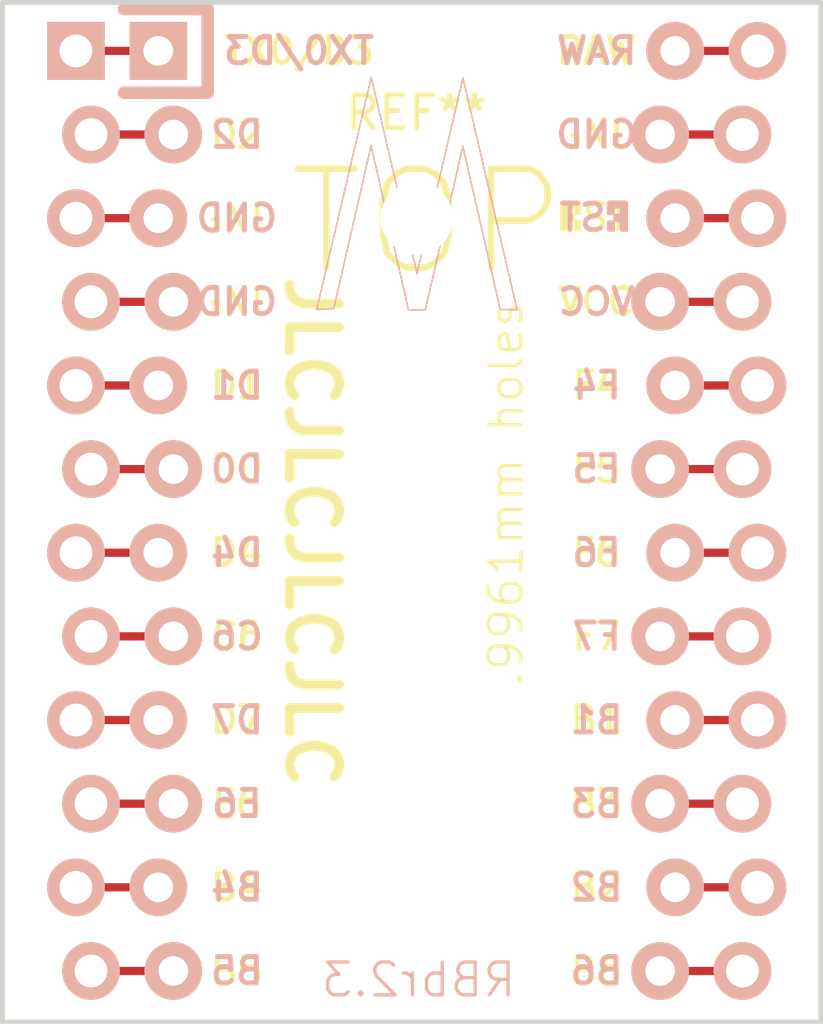
<source format=kicad_pcb>
(kicad_pcb (version 20171130) (host pcbnew 5.1.4+dfsg1-1~bpo10+1)

  (general
    (thickness 1.6)
    (drawings 23)
    (tracks 35)
    (zones 0)
    (modules 3)
    (nets 25)
  )

  (page A4)
  (layers
    (0 F.Cu signal)
    (31 B.Cu signal)
    (32 B.Adhes user)
    (33 F.Adhes user)
    (34 B.Paste user)
    (35 F.Paste user)
    (36 B.SilkS user)
    (37 F.SilkS user)
    (38 B.Mask user)
    (39 F.Mask user)
    (40 Dwgs.User user)
    (41 Cmts.User user)
    (42 Eco1.User user)
    (43 Eco2.User user)
    (44 Edge.Cuts user)
    (45 Margin user)
    (46 B.CrtYd user)
    (47 F.CrtYd user)
    (48 B.Fab user)
    (49 F.Fab user)
  )

  (setup
    (last_trace_width 0.25)
    (trace_clearance 0.2)
    (zone_clearance 0.508)
    (zone_45_only no)
    (trace_min 0.2)
    (via_size 0.8)
    (via_drill 0.4)
    (via_min_size 0.4)
    (via_min_drill 0.3)
    (uvia_size 0.3)
    (uvia_drill 0.1)
    (uvias_allowed no)
    (uvia_min_size 0.2)
    (uvia_min_drill 0.1)
    (edge_width 0.1)
    (segment_width 0.2)
    (pcb_text_width 0.3)
    (pcb_text_size 1.5 1.5)
    (mod_edge_width 0.15)
    (mod_text_size 1 1)
    (mod_text_width 0.15)
    (pad_size 1.7526 1.7526)
    (pad_drill 0.9)
    (pad_to_mask_clearance 0)
    (aux_axis_origin 0 0)
    (visible_elements 7FFFFFFF)
    (pcbplotparams
      (layerselection 0x010f0_ffffffff)
      (usegerberextensions false)
      (usegerberattributes false)
      (usegerberadvancedattributes false)
      (creategerberjobfile false)
      (excludeedgelayer true)
      (linewidth 0.100000)
      (plotframeref false)
      (viasonmask false)
      (mode 1)
      (useauxorigin false)
      (hpglpennumber 1)
      (hpglpenspeed 20)
      (hpglpendiameter 15.000000)
      (psnegative false)
      (psa4output false)
      (plotreference true)
      (plotvalue true)
      (plotinvisibletext false)
      (padsonsilk false)
      (subtractmaskfromsilk false)
      (outputformat 1)
      (mirror false)
      (drillshape 0)
      (scaleselection 1)
      (outputdirectory "../../gerbers/"))
  )

  (net 0 "")
  (net 1 "Net-(U1-Pad24)")
  (net 2 "Net-(U1-Pad12)")
  (net 3 "Net-(U1-Pad23)")
  (net 4 "Net-(U1-Pad22)")
  (net 5 "Net-(U1-Pad21)")
  (net 6 "Net-(U1-Pad20)")
  (net 7 "Net-(U1-Pad19)")
  (net 8 "Net-(U1-Pad18)")
  (net 9 "Net-(U1-Pad17)")
  (net 10 "Net-(U1-Pad16)")
  (net 11 "Net-(U1-Pad15)")
  (net 12 "Net-(U1-Pad14)")
  (net 13 "Net-(U1-Pad13)")
  (net 14 "Net-(U1-Pad11)")
  (net 15 "Net-(U1-Pad10)")
  (net 16 "Net-(U1-Pad9)")
  (net 17 "Net-(U1-Pad8)")
  (net 18 "Net-(U1-Pad7)")
  (net 19 "Net-(U1-Pad6)")
  (net 20 "Net-(U1-Pad5)")
  (net 21 "Net-(U1-Pad4)")
  (net 22 "Net-(U1-Pad3)")
  (net 23 "Net-(U1-Pad2)")
  (net 24 "Net-(U1-Pad1)")

  (net_class Default "This is the default net class."
    (clearance 0.2)
    (trace_width 0.25)
    (via_dia 0.8)
    (via_drill 0.4)
    (uvia_dia 0.3)
    (uvia_drill 0.1)
    (add_net "Net-(U1-Pad1)")
    (add_net "Net-(U1-Pad10)")
    (add_net "Net-(U1-Pad11)")
    (add_net "Net-(U1-Pad12)")
    (add_net "Net-(U1-Pad13)")
    (add_net "Net-(U1-Pad14)")
    (add_net "Net-(U1-Pad15)")
    (add_net "Net-(U1-Pad16)")
    (add_net "Net-(U1-Pad17)")
    (add_net "Net-(U1-Pad18)")
    (add_net "Net-(U1-Pad19)")
    (add_net "Net-(U1-Pad2)")
    (add_net "Net-(U1-Pad20)")
    (add_net "Net-(U1-Pad21)")
    (add_net "Net-(U1-Pad22)")
    (add_net "Net-(U1-Pad23)")
    (add_net "Net-(U1-Pad24)")
    (add_net "Net-(U1-Pad3)")
    (add_net "Net-(U1-Pad4)")
    (add_net "Net-(U1-Pad5)")
    (add_net "Net-(U1-Pad6)")
    (add_net "Net-(U1-Pad7)")
    (add_net "Net-(U1-Pad8)")
    (add_net "Net-(U1-Pad9)")
  )

  (module MountingHole:MountingHole_2.2mm_M2 (layer F.Cu) (tedit 56D1B4CB) (tstamp 5EE6C205)
    (at 89.68 59.41)
    (descr "Mounting Hole 2.2mm, no annular, M2")
    (tags "mounting hole 2.2mm no annular m2")
    (attr virtual)
    (fp_text reference REF** (at 0 -3.2) (layer F.SilkS)
      (effects (font (size 1 1) (thickness 0.15)))
    )
    (fp_text value MountingHole_2.2mm_M2 (at 0 3.2) (layer F.Fab)
      (effects (font (size 1 1) (thickness 0.15)))
    )
    (fp_circle (center 0 0) (end 2.45 0) (layer F.CrtYd) (width 0.05))
    (fp_circle (center 0 0) (end 2.2 0) (layer Cmts.User) (width 0.15))
    (fp_text user %R (at 0.3 0) (layer F.Fab)
      (effects (font (size 1 1) (thickness 0.15)))
    )
    (pad 1 np_thru_hole circle (at 0 0) (size 2.2 2.2) (drill 2.2) (layers *.Cu *.Mask))
  )

  (module Keebio-Parts:ArduinoProMicro-Mini-USB-ZigZag (layer F.Cu) (tedit 5ED5C83B) (tstamp 5EADD8E0)
    (at 89.68 68.3 270)
    (path /5E9394F7)
    (fp_text reference U2 (at 0 1.125 90) (layer F.SilkS) hide
      (effects (font (size 1.27 1.524) (thickness 0.2032)))
    )
    (fp_text value ProMicro (at 0 -1 90) (layer F.SilkS) hide
      (effects (font (size 1.27 1.524) (thickness 0.2032)))
    )
    (pad 24 thru_hole circle (at -13.97 -10.3486 270) (size 1.7526 1.7526) (drill 0.9961) (layers *.Cu *.SilkS *.Mask)
      (net 1 "Net-(U1-Pad24)"))
    (pad 12 thru_hole circle (at 13.97 9.8914 270) (size 1.7526 1.7526) (drill 0.9961) (layers *.Cu *.SilkS *.Mask)
      (net 2 "Net-(U1-Pad12)"))
    (pad 23 thru_hole circle (at -11.43 -9.8914 270) (size 1.7526 1.7526) (drill 0.9961) (layers *.Cu *.SilkS *.Mask)
      (net 3 "Net-(U1-Pad23)"))
    (pad 22 thru_hole circle (at -8.89 -10.3486 270) (size 1.7526 1.7526) (drill 0.9961) (layers *.Cu *.SilkS *.Mask)
      (net 4 "Net-(U1-Pad22)"))
    (pad 21 thru_hole circle (at -6.35 -9.8914 270) (size 1.7526 1.7526) (drill 0.9961) (layers *.Cu *.SilkS *.Mask)
      (net 5 "Net-(U1-Pad21)"))
    (pad 20 thru_hole circle (at -3.81 -10.3486 270) (size 1.7526 1.7526) (drill 0.9961) (layers *.Cu *.SilkS *.Mask)
      (net 6 "Net-(U1-Pad20)"))
    (pad 19 thru_hole circle (at -1.27 -9.8914 270) (size 1.7526 1.7526) (drill 0.9961) (layers *.Cu *.SilkS *.Mask)
      (net 7 "Net-(U1-Pad19)"))
    (pad 18 thru_hole circle (at 1.27 -10.3486 270) (size 1.7526 1.7526) (drill 0.9961) (layers *.Cu *.SilkS *.Mask)
      (net 8 "Net-(U1-Pad18)"))
    (pad 17 thru_hole circle (at 3.81 -9.8914 270) (size 1.7526 1.7526) (drill 0.9961) (layers *.Cu *.SilkS *.Mask)
      (net 9 "Net-(U1-Pad17)"))
    (pad 16 thru_hole circle (at 6.35 -10.3486 270) (size 1.7526 1.7526) (drill 0.9961) (layers *.Cu *.SilkS *.Mask)
      (net 10 "Net-(U1-Pad16)"))
    (pad 15 thru_hole circle (at 8.89 -9.8914 270) (size 1.7526 1.7526) (drill 0.9961) (layers *.Cu *.SilkS *.Mask)
      (net 11 "Net-(U1-Pad15)"))
    (pad 14 thru_hole circle (at 11.43 -10.3486 270) (size 1.7526 1.7526) (drill 0.9961) (layers *.Cu *.SilkS *.Mask)
      (net 12 "Net-(U1-Pad14)"))
    (pad 13 thru_hole circle (at 13.97 -9.8914 270) (size 1.7526 1.7526) (drill 0.9961) (layers *.Cu *.SilkS *.Mask)
      (net 13 "Net-(U1-Pad13)"))
    (pad 11 thru_hole circle (at 11.43 10.3486 270) (size 1.7526 1.7526) (drill 0.9961) (layers *.Cu *.SilkS *.Mask)
      (net 14 "Net-(U1-Pad11)"))
    (pad 10 thru_hole circle (at 8.89 9.8914 270) (size 1.7526 1.7526) (drill 0.9961) (layers *.Cu *.SilkS *.Mask)
      (net 15 "Net-(U1-Pad10)"))
    (pad 9 thru_hole circle (at 6.35 10.3486 270) (size 1.7526 1.7526) (drill 0.9961) (layers *.Cu *.SilkS *.Mask)
      (net 16 "Net-(U1-Pad9)"))
    (pad 8 thru_hole circle (at 3.81 9.8914 270) (size 1.7526 1.7526) (drill 0.9961) (layers *.Cu *.SilkS *.Mask)
      (net 17 "Net-(U1-Pad8)"))
    (pad 7 thru_hole circle (at 1.27 10.3486 270) (size 1.7526 1.7526) (drill 0.9961) (layers *.Cu *.SilkS *.Mask)
      (net 18 "Net-(U1-Pad7)"))
    (pad 6 thru_hole circle (at -1.27 9.8914 270) (size 1.7526 1.7526) (drill 0.9961) (layers *.Cu *.SilkS *.Mask)
      (net 19 "Net-(U1-Pad6)"))
    (pad 5 thru_hole circle (at -3.81 10.3486 270) (size 1.7526 1.7526) (drill 0.9961) (layers *.Cu *.SilkS *.Mask)
      (net 20 "Net-(U1-Pad5)"))
    (pad 4 thru_hole circle (at -6.35 9.8914 270) (size 1.7526 1.7526) (drill 0.9961) (layers *.Cu *.SilkS *.Mask)
      (net 21 "Net-(U1-Pad4)"))
    (pad 3 thru_hole circle (at -8.89 10.3486 270) (size 1.7526 1.7526) (drill 0.9961) (layers *.Cu *.SilkS *.Mask)
      (net 22 "Net-(U1-Pad3)"))
    (pad 2 thru_hole circle (at -11.43 9.8914 270) (size 1.7526 1.7526) (drill 0.9961) (layers *.Cu *.SilkS *.Mask)
      (net 23 "Net-(U1-Pad2)"))
    (pad 1 thru_hole rect (at -13.97 10.3486 270) (size 1.7526 1.7526) (drill 0.9961) (layers *.Cu *.SilkS *.Mask)
      (net 24 "Net-(U1-Pad1)"))
  )

  (module Keebio-Parts:ArduinoProMicro-ZigZag (layer F.Cu) (tedit 5EE66D71) (tstamp 5EAE4D75)
    (at 89.68 68.3 270)
    (path /5E939961)
    (fp_text reference U1 (at 0 1.625 270) (layer F.SilkS) hide
      (effects (font (size 1 1) (thickness 0.2)))
    )
    (fp_text value ProMicro (at 0 0 270) (layer F.SilkS) hide
      (effects (font (size 1 1) (thickness 0.2)))
    )
    (fp_line (start -15.24 6.35) (end -15.24 8.89) (layer F.SilkS) (width 0.381))
    (fp_line (start -15.24 6.35) (end -15.24 8.89) (layer B.SilkS) (width 0.381))
    (fp_poly (pts (xy -9.35097 -5.844635) (xy -9.25097 -5.844635) (xy -9.25097 -6.344635) (xy -9.35097 -6.344635)) (layer B.SilkS) (width 0.15))
    (fp_poly (pts (xy -9.35097 -5.844635) (xy -9.05097 -5.844635) (xy -9.05097 -5.944635) (xy -9.35097 -5.944635)) (layer B.SilkS) (width 0.15))
    (fp_poly (pts (xy -8.75097 -5.844635) (xy -8.55097 -5.844635) (xy -8.55097 -5.944635) (xy -8.75097 -5.944635)) (layer B.SilkS) (width 0.15))
    (fp_poly (pts (xy -9.35097 -6.244635) (xy -8.55097 -6.244635) (xy -8.55097 -6.344635) (xy -9.35097 -6.344635)) (layer B.SilkS) (width 0.15))
    (fp_poly (pts (xy -8.95097 -6.044635) (xy -8.85097 -6.044635) (xy -8.85097 -6.144635) (xy -8.95097 -6.144635)) (layer B.SilkS) (width 0.15))
    (fp_text user ST (at -8.91 -5.04) (layer B.SilkS)
      (effects (font (size 0.8 0.8) (thickness 0.15)) (justify mirror))
    )
    (fp_poly (pts (xy -8.76064 -4.931568) (xy -8.56064 -4.931568) (xy -8.56064 -4.831568) (xy -8.76064 -4.831568)) (layer F.SilkS) (width 0.15))
    (fp_poly (pts (xy -9.36064 -4.531568) (xy -8.56064 -4.531568) (xy -8.56064 -4.431568) (xy -9.36064 -4.431568)) (layer F.SilkS) (width 0.15))
    (fp_poly (pts (xy -9.36064 -4.931568) (xy -9.26064 -4.931568) (xy -9.26064 -4.431568) (xy -9.36064 -4.431568)) (layer F.SilkS) (width 0.15))
    (fp_poly (pts (xy -8.96064 -4.731568) (xy -8.86064 -4.731568) (xy -8.86064 -4.631568) (xy -8.96064 -4.631568)) (layer F.SilkS) (width 0.15))
    (fp_poly (pts (xy -9.36064 -4.931568) (xy -9.06064 -4.931568) (xy -9.06064 -4.831568) (xy -9.36064 -4.831568)) (layer F.SilkS) (width 0.15))
    (fp_line (start -12.7 6.35) (end -12.7 8.89) (layer F.SilkS) (width 0.381))
    (fp_line (start -15.24 6.35) (end -12.7 6.35) (layer F.SilkS) (width 0.381))
    (fp_text user TX0/D3 (at -13.97 3.571872) (layer F.SilkS)
      (effects (font (size 0.8 0.8) (thickness 0.15)))
    )
    (fp_text user TX0/D3 (at -13.97 3.571872) (layer B.SilkS)
      (effects (font (size 0.8 0.8) (thickness 0.15)) (justify mirror))
    )
    (fp_text user D2 (at -11.43 5.461) (layer F.SilkS)
      (effects (font (size 0.8 0.8) (thickness 0.15)))
    )
    (fp_text user D0 (at -1.27 5.461) (layer F.SilkS)
      (effects (font (size 0.8 0.8) (thickness 0.15)))
    )
    (fp_text user D1 (at -3.81 5.461) (layer F.SilkS)
      (effects (font (size 0.8 0.8) (thickness 0.15)))
    )
    (fp_text user GND (at -6.35 5.461) (layer F.SilkS)
      (effects (font (size 0.8 0.8) (thickness 0.15)))
    )
    (fp_text user GND (at -8.89 5.461) (layer F.SilkS)
      (effects (font (size 0.8 0.8) (thickness 0.15)))
    )
    (fp_text user D4 (at 1.27 5.461) (layer F.SilkS)
      (effects (font (size 0.8 0.8) (thickness 0.15)))
    )
    (fp_text user C6 (at 3.81 5.461) (layer F.SilkS)
      (effects (font (size 0.8 0.8) (thickness 0.15)))
    )
    (fp_text user D7 (at 6.35 5.461) (layer F.SilkS)
      (effects (font (size 0.8 0.8) (thickness 0.15)))
    )
    (fp_text user E6 (at 8.89 5.461) (layer F.SilkS)
      (effects (font (size 0.8 0.8) (thickness 0.15)))
    )
    (fp_text user B4 (at 11.43 5.461) (layer F.SilkS)
      (effects (font (size 0.8 0.8) (thickness 0.15)))
    )
    (fp_text user B5 (at 13.97 5.461) (layer F.SilkS)
      (effects (font (size 0.8 0.8) (thickness 0.15)))
    )
    (fp_text user B6 (at 13.97 -5.461) (layer F.SilkS)
      (effects (font (size 0.8 0.8) (thickness 0.15)))
    )
    (fp_text user B2 (at 11.43 -5.461) (layer B.SilkS)
      (effects (font (size 0.8 0.8) (thickness 0.15)) (justify mirror))
    )
    (fp_text user B3 (at 8.89 -5.461) (layer F.SilkS)
      (effects (font (size 0.8 0.8) (thickness 0.15)))
    )
    (fp_text user B1 (at 6.35 -5.461) (layer F.SilkS)
      (effects (font (size 0.8 0.8) (thickness 0.15)))
    )
    (fp_text user F7 (at 3.81 -5.461) (layer B.SilkS)
      (effects (font (size 0.8 0.8) (thickness 0.15)) (justify mirror))
    )
    (fp_text user F6 (at 1.27 -5.461) (layer B.SilkS)
      (effects (font (size 0.8 0.8) (thickness 0.15)) (justify mirror))
    )
    (fp_text user F5 (at -1.27 -5.461) (layer B.SilkS)
      (effects (font (size 0.8 0.8) (thickness 0.15)) (justify mirror))
    )
    (fp_text user F4 (at -3.81 -5.461) (layer F.SilkS)
      (effects (font (size 0.8 0.8) (thickness 0.15)))
    )
    (fp_text user VCC (at -6.35 -5.461) (layer F.SilkS)
      (effects (font (size 0.8 0.8) (thickness 0.15)))
    )
    (fp_text user ST (at -8.92 -5.73312) (layer F.SilkS)
      (effects (font (size 0.8 0.8) (thickness 0.15)))
    )
    (fp_text user GND (at -11.43 -5.461) (layer F.SilkS)
      (effects (font (size 0.8 0.8) (thickness 0.15)))
    )
    (fp_text user RAW (at -13.97 -5.461) (layer F.SilkS)
      (effects (font (size 0.8 0.8) (thickness 0.15)))
    )
    (fp_text user RAW (at -13.97 -5.461) (layer B.SilkS)
      (effects (font (size 0.8 0.8) (thickness 0.15)) (justify mirror))
    )
    (fp_text user GND (at -11.43 -5.461) (layer B.SilkS)
      (effects (font (size 0.8 0.8) (thickness 0.15)) (justify mirror))
    )
    (fp_text user VCC (at -6.35 -5.461) (layer B.SilkS)
      (effects (font (size 0.8 0.8) (thickness 0.15)) (justify mirror))
    )
    (fp_text user F4 (at -3.81 -5.461) (layer B.SilkS)
      (effects (font (size 0.8 0.8) (thickness 0.15)) (justify mirror))
    )
    (fp_text user F5 (at -1.27 -5.461) (layer F.SilkS)
      (effects (font (size 0.8 0.8) (thickness 0.15)))
    )
    (fp_text user F6 (at 1.27 -5.461) (layer F.SilkS)
      (effects (font (size 0.8 0.8) (thickness 0.15)))
    )
    (fp_text user F7 (at 3.81 -5.461) (layer F.SilkS)
      (effects (font (size 0.8 0.8) (thickness 0.15)))
    )
    (fp_text user B1 (at 6.35 -5.461) (layer B.SilkS)
      (effects (font (size 0.8 0.8) (thickness 0.15)) (justify mirror))
    )
    (fp_text user B3 (at 8.89 -5.461) (layer B.SilkS)
      (effects (font (size 0.8 0.8) (thickness 0.15)) (justify mirror))
    )
    (fp_text user B2 (at 11.43 -5.461) (layer F.SilkS)
      (effects (font (size 0.8 0.8) (thickness 0.15)))
    )
    (fp_text user B6 (at 13.97 -5.461) (layer B.SilkS)
      (effects (font (size 0.8 0.8) (thickness 0.15)) (justify mirror))
    )
    (fp_text user B5 (at 13.97 5.461) (layer B.SilkS)
      (effects (font (size 0.8 0.8) (thickness 0.15)) (justify mirror))
    )
    (fp_text user B4 (at 11.43 5.461) (layer B.SilkS)
      (effects (font (size 0.8 0.8) (thickness 0.15)) (justify mirror))
    )
    (fp_text user E6 (at 8.89 5.461) (layer B.SilkS)
      (effects (font (size 0.8 0.8) (thickness 0.15)) (justify mirror))
    )
    (fp_text user D7 (at 6.35 5.461) (layer B.SilkS)
      (effects (font (size 0.8 0.8) (thickness 0.15)) (justify mirror))
    )
    (fp_text user C6 (at 3.81 5.461) (layer B.SilkS)
      (effects (font (size 0.8 0.8) (thickness 0.15)) (justify mirror))
    )
    (fp_text user D4 (at 1.27 5.461) (layer B.SilkS)
      (effects (font (size 0.8 0.8) (thickness 0.15)) (justify mirror))
    )
    (fp_text user GND (at -8.89 5.461) (layer B.SilkS)
      (effects (font (size 0.8 0.8) (thickness 0.15)) (justify mirror))
    )
    (fp_text user GND (at -6.35 5.461) (layer B.SilkS)
      (effects (font (size 0.8 0.8) (thickness 0.15)) (justify mirror))
    )
    (fp_text user D1 (at -3.81 5.461) (layer B.SilkS)
      (effects (font (size 0.8 0.8) (thickness 0.15)) (justify mirror))
    )
    (fp_text user D0 (at -1.27 5.461) (layer B.SilkS)
      (effects (font (size 0.8 0.8) (thickness 0.15)) (justify mirror))
    )
    (fp_text user D2 (at -11.43 5.461) (layer B.SilkS)
      (effects (font (size 0.8 0.8) (thickness 0.15)) (justify mirror))
    )
    (fp_line (start -15.24 6.35) (end -12.7 6.35) (layer B.SilkS) (width 0.381))
    (fp_line (start -12.7 6.35) (end -12.7 8.89) (layer B.SilkS) (width 0.381))
    (pad 24 thru_hole circle (at -13.97 -7.8486 270) (size 1.7526 1.7526) (drill 0.9) (layers *.Cu *.SilkS *.Mask)
      (net 1 "Net-(U1-Pad24)"))
    (pad 12 thru_hole circle (at 13.97 7.3914 270) (size 1.7526 1.7526) (drill 0.9) (layers *.Cu *.SilkS *.Mask)
      (net 2 "Net-(U1-Pad12)"))
    (pad 23 thru_hole circle (at -11.43 -7.3914 270) (size 1.7526 1.7526) (drill 0.9) (layers *.Cu *.SilkS *.Mask)
      (net 3 "Net-(U1-Pad23)"))
    (pad 22 thru_hole circle (at -8.89 -7.8486 270) (size 1.7526 1.7526) (drill 0.9) (layers *.Cu *.SilkS *.Mask)
      (net 4 "Net-(U1-Pad22)"))
    (pad 21 thru_hole circle (at -6.35 -7.3914 270) (size 1.7526 1.7526) (drill 0.9) (layers *.Cu *.SilkS *.Mask)
      (net 5 "Net-(U1-Pad21)"))
    (pad 20 thru_hole circle (at -3.81 -7.8486 270) (size 1.7526 1.7526) (drill 0.9) (layers *.Cu *.SilkS *.Mask)
      (net 6 "Net-(U1-Pad20)"))
    (pad 19 thru_hole circle (at -1.27 -7.3914 270) (size 1.7526 1.7526) (drill 0.9) (layers *.Cu *.SilkS *.Mask)
      (net 7 "Net-(U1-Pad19)"))
    (pad 18 thru_hole circle (at 1.27 -7.8486 270) (size 1.7526 1.7526) (drill 0.9) (layers *.Cu *.SilkS *.Mask)
      (net 8 "Net-(U1-Pad18)"))
    (pad 17 thru_hole circle (at 3.81 -7.3914 270) (size 1.7526 1.7526) (drill 0.9) (layers *.Cu *.SilkS *.Mask)
      (net 9 "Net-(U1-Pad17)"))
    (pad 16 thru_hole circle (at 6.35 -7.8486 270) (size 1.7526 1.7526) (drill 0.9) (layers *.Cu *.SilkS *.Mask)
      (net 10 "Net-(U1-Pad16)"))
    (pad 15 thru_hole circle (at 8.89 -7.3914 270) (size 1.7526 1.7526) (drill 0.9) (layers *.Cu *.SilkS *.Mask)
      (net 11 "Net-(U1-Pad15)"))
    (pad 14 thru_hole circle (at 11.43 -7.8486 270) (size 1.7526 1.7526) (drill 0.9) (layers *.Cu *.SilkS *.Mask)
      (net 12 "Net-(U1-Pad14)"))
    (pad 13 thru_hole circle (at 13.97 -7.3914 270) (size 1.7526 1.7526) (drill 0.9) (layers *.Cu *.SilkS *.Mask)
      (net 13 "Net-(U1-Pad13)"))
    (pad 11 thru_hole circle (at 11.43 7.8486 270) (size 1.7526 1.7526) (drill 0.9) (layers *.Cu *.SilkS *.Mask)
      (net 14 "Net-(U1-Pad11)"))
    (pad 10 thru_hole circle (at 8.89 7.3914 270) (size 1.7526 1.7526) (drill 0.9) (layers *.Cu *.SilkS *.Mask)
      (net 15 "Net-(U1-Pad10)"))
    (pad 9 thru_hole circle (at 6.35 7.8486 270) (size 1.7526 1.7526) (drill 0.9) (layers *.Cu *.SilkS *.Mask)
      (net 16 "Net-(U1-Pad9)"))
    (pad 8 thru_hole circle (at 3.81 7.3914 270) (size 1.7526 1.7526) (drill 0.9) (layers *.Cu *.SilkS *.Mask)
      (net 17 "Net-(U1-Pad8)"))
    (pad 7 thru_hole circle (at 1.27 7.8486 270) (size 1.7526 1.7526) (drill 0.9) (layers *.Cu *.SilkS *.Mask)
      (net 18 "Net-(U1-Pad7)"))
    (pad 6 thru_hole circle (at -1.27 7.3914 270) (size 1.7526 1.7526) (drill 0.9) (layers *.Cu *.SilkS *.Mask)
      (net 19 "Net-(U1-Pad6)"))
    (pad 5 thru_hole circle (at -3.81 7.8486 270) (size 1.7526 1.7526) (drill 0.9) (layers *.Cu *.SilkS *.Mask)
      (net 20 "Net-(U1-Pad5)"))
    (pad 4 thru_hole circle (at -6.35 7.3914 270) (size 1.7526 1.7526) (drill 0.9) (layers *.Cu *.SilkS *.Mask)
      (net 21 "Net-(U1-Pad4)"))
    (pad 3 thru_hole circle (at -8.89 7.8486 270) (size 1.7526 1.7526) (drill 0.9) (layers *.Cu *.SilkS *.Mask)
      (net 22 "Net-(U1-Pad3)"))
    (pad 2 thru_hole circle (at -11.43 7.3914 270) (size 1.7526 1.7526) (drill 0.9) (layers *.Cu *.SilkS *.Mask)
      (net 23 "Net-(U1-Pad2)"))
    (pad 1 thru_hole rect (at -13.97 7.8486 270) (size 1.7526 1.7526) (drill 0.9) (layers *.Cu *.SilkS *.Mask)
      (net 24 "Net-(U1-Pad1)"))
    (model /Users/danny/Documents/proj/custom-keyboard/kicad-libs/3d_models/ArduinoProMicro.wrl
      (offset (xyz -13.96999979019165 -7.619999885559082 -5.841999912261963))
      (scale (xyz 0.395 0.395 0.395))
      (rotate (xyz 90 180 180))
    )
  )

  (gr_text ".9961mm holes" (at 92.39 67.78 90) (layer F.SilkS)
    (effects (font (size 1 1) (thickness 0.1)))
  )
  (gr_text JLCJLCJLCJLC (at 86.5 68.93 270) (layer F.SilkS) (tstamp 5EAF120C)
    (effects (font (size 1.5 1.5) (thickness 0.3)))
  )
  (gr_text TOP (at 90.01 59.53) (layer F.SilkS) (tstamp 5EAE5D93)
    (effects (font (size 3 3) (thickness 0.2)))
  )
  (gr_text RBbr2.3 (at 89.74 82.54) (layer B.SilkS) (tstamp 5EADD511)
    (effects (font (size 1 1) (thickness 0.1)) (justify mirror))
  )
  (gr_line (start 77.1 52.86) (end 101.95 52.86) (layer Edge.Cuts) (width 0.15) (tstamp 5EAE524E))
  (gr_line (start 77.1 83.82) (end 101.95 83.82) (layer Edge.Cuts) (width 0.15) (tstamp 5EAE5242))
  (gr_line (start 77.1 52.86) (end 77.1 83.82) (layer Edge.Cuts) (width 0.15) (tstamp 5EAE5263))
  (gr_line (start 101.95 52.86) (end 101.95 83.82) (layer Edge.Cuts) (width 0.15) (tstamp 5EAE523C))
  (gr_line (start 78.08 52.86) (end 101.2 52.86) (layer Dwgs.User) (width 0.15) (tstamp 5EAE5184))
  (gr_line (start 78.08 52.86) (end 78.09 83.65) (layer Dwgs.User) (width 0.15) (tstamp 5EAE5181))
  (gr_line (start 101.2 52.86) (end 101.21 83.65) (layer Dwgs.User) (width 0.15) (tstamp 5EADD0BF))
  (gr_line (start 78.09 83.65) (end 101.21 83.65) (layer Dwgs.User) (width 0.15) (tstamp 5EADD0AF))
  (gr_line (start 92.215465 62.179613) (end 92.730906 62.199226) (layer B.SilkS) (width 0.05) (tstamp 5EAE539D))
  (gr_line (start 86.644559 62.179613) (end 87.16 62.16) (layer B.SilkS) (width 0.05) (tstamp 5EAE53A0))
  (gr_line (start 89.943527 62.190132) (end 91.080459 57.22777) (layer B.SilkS) (width 0.05) (tstamp 5EAE53A3))
  (gr_line (start 89.430012 62.199226) (end 89.943527 62.190132) (layer B.SilkS) (width 0.05) (tstamp 5EAE53A6))
  (gr_line (start 91.080459 57.22777) (end 92.215465 62.179613) (layer B.SilkS) (width 0.05) (tstamp 5EAE53A9))
  (gr_line (start 91.085248 55.154467) (end 89.690037 61.092551) (layer B.SilkS) (width 0.05) (tstamp 5EAE53AC))
  (gr_line (start 92.730906 62.199226) (end 91.085248 55.154467) (layer B.SilkS) (width 0.05) (tstamp 5EAE53AF))
  (gr_line (start 88.295006 57.208157) (end 89.430012 62.199226) (layer B.SilkS) (width 0.05) (tstamp 5EAE53B2))
  (gr_line (start 88.299796 55.134854) (end 86.644559 62.179613) (layer B.SilkS) (width 0.05) (tstamp 5EAE53B5))
  (gr_line (start 89.690037 61.092551) (end 88.299796 55.134854) (layer B.SilkS) (width 0.05) (tstamp 5EAE53B8))
  (gr_line (start 87.16 62.16) (end 88.295006 57.208157) (layer B.SilkS) (width 0.05) (tstamp 5EAE53BB))

  (segment (start 97.5286 54.33) (end 100.0286 54.33) (width 0.25) (layer F.Cu) (net 1))
  (segment (start 79.7886 82.27) (end 82.2886 82.27) (width 0.25) (layer F.Cu) (net 2))
  (segment (start 98.332125 56.87) (end 97.0714 56.87) (width 0.25) (layer F.Cu) (net 3))
  (segment (start 99.5714 56.87) (end 98.332125 56.87) (width 0.25) (layer F.Cu) (net 3))
  (segment (start 100.0286 59.41) (end 97.5286 59.41) (width 0.25) (layer F.Cu) (net 4))
  (segment (start 99.5714 61.95) (end 97.0714 61.95) (width 0.25) (layer F.Cu) (net 5))
  (segment (start 97.5286 64.49) (end 100.0286 64.49) (width 0.25) (layer F.Cu) (net 6))
  (segment (start 97.0714 67.03) (end 99.5714 67.03) (width 0.25) (layer F.Cu) (net 7))
  (segment (start 97.5286 69.57) (end 100.0286 69.57) (width 0.25) (layer F.Cu) (net 8))
  (segment (start 97.0714 72.11) (end 99.5714 72.11) (width 0.25) (layer F.Cu) (net 9))
  (segment (start 98.767875 74.65) (end 100.0286 74.65) (width 0.25) (layer F.Cu) (net 10))
  (segment (start 97.5286 74.65) (end 98.767875 74.65) (width 0.25) (layer F.Cu) (net 10))
  (segment (start 97.0714 77.19) (end 99.5714 77.19) (width 0.25) (layer F.Cu) (net 11))
  (segment (start 98.767875 79.73) (end 100.0286 79.73) (width 0.25) (layer F.Cu) (net 12))
  (segment (start 97.5286 79.73) (end 98.767875 79.73) (width 0.25) (layer F.Cu) (net 12))
  (segment (start 98.310675 82.27) (end 99.5714 82.27) (width 0.25) (layer F.Cu) (net 13))
  (segment (start 97.0714 82.27) (end 98.310675 82.27) (width 0.25) (layer F.Cu) (net 13))
  (segment (start 80.570675 79.73) (end 81.8314 79.73) (width 0.25) (layer F.Cu) (net 14))
  (segment (start 79.3314 79.73) (end 80.570675 79.73) (width 0.25) (layer F.Cu) (net 14))
  (segment (start 79.7886 77.19) (end 82.2886 77.19) (width 0.25) (layer F.Cu) (net 15))
  (segment (start 79.3314 74.65) (end 81.8314 74.65) (width 0.25) (layer F.Cu) (net 16))
  (segment (start 81.027875 72.11) (end 82.2886 72.11) (width 0.25) (layer F.Cu) (net 17))
  (segment (start 79.7886 72.11) (end 81.027875 72.11) (width 0.25) (layer F.Cu) (net 17))
  (segment (start 79.3314 69.57) (end 81.8314 69.57) (width 0.25) (layer F.Cu) (net 18))
  (segment (start 81.027875 67.03) (end 82.2886 67.03) (width 0.25) (layer F.Cu) (net 19))
  (segment (start 79.7886 67.03) (end 81.027875 67.03) (width 0.25) (layer F.Cu) (net 19))
  (segment (start 80.570675 64.49) (end 81.8314 64.49) (width 0.25) (layer F.Cu) (net 20))
  (segment (start 79.3314 64.49) (end 80.570675 64.49) (width 0.25) (layer F.Cu) (net 20))
  (segment (start 79.7886 61.95) (end 82.2886 61.95) (width 0.25) (layer F.Cu) (net 21))
  (segment (start 80.570675 59.41) (end 81.8314 59.41) (width 0.25) (layer F.Cu) (net 22))
  (segment (start 79.3314 59.41) (end 80.570675 59.41) (width 0.25) (layer F.Cu) (net 22))
  (segment (start 81.027875 56.87) (end 82.2886 56.87) (width 0.25) (layer F.Cu) (net 23))
  (segment (start 79.7886 56.87) (end 81.027875 56.87) (width 0.25) (layer F.Cu) (net 23))
  (segment (start 80.4577 54.33) (end 81.8314 54.33) (width 0.25) (layer F.Cu) (net 24))
  (segment (start 79.3314 54.33) (end 80.4577 54.33) (width 0.25) (layer F.Cu) (net 24))

)

</source>
